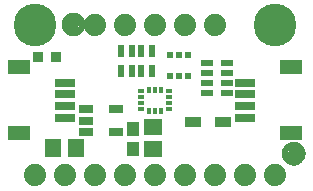
<source format=gbr>
G04 EAGLE Gerber RS-274X export*
G75*
%MOMM*%
%FSLAX34Y34*%
%LPD*%
%INSoldermask Top*%
%IPPOS*%
%AMOC8*
5,1,8,0,0,1.08239X$1,22.5*%
G01*
%ADD10R,1.341600X1.601600*%
%ADD11R,1.301600X0.651600*%
%ADD12R,1.601600X1.341600*%
%ADD13R,1.101600X1.176600*%
%ADD14R,1.001600X0.551600*%
%ADD15R,0.601600X0.601600*%
%ADD16R,0.501600X0.601600*%
%ADD17C,3.617600*%
%ADD18R,1.651600X0.701600*%
%ADD19R,1.901600X1.301600*%
%ADD20C,1.101600*%
%ADD21C,0.500000*%
%ADD22R,0.901600X0.901600*%
%ADD23R,0.576600X0.351600*%
%ADD24R,0.351600X0.576600*%
%ADD25R,1.451600X0.901600*%
%ADD26R,0.551600X1.001600*%
%ADD27C,1.879600*%


D10*
X59665Y48895D03*
X40665Y48895D03*
D11*
X68279Y81255D03*
X68279Y71755D03*
X68279Y62255D03*
X94281Y62255D03*
X94281Y81255D03*
D12*
X125222Y66523D03*
X125222Y47523D03*
D13*
X108585Y64761D03*
X108585Y47761D03*
D14*
X171332Y94696D03*
X188332Y94696D03*
X171332Y103696D03*
X171332Y111696D03*
X171332Y120696D03*
X188332Y120696D03*
X188332Y103696D03*
X188332Y111696D03*
D15*
X139820Y109110D03*
D16*
X147320Y109110D03*
D15*
X154820Y109110D03*
X154820Y127110D03*
D16*
X147320Y127110D03*
D15*
X139820Y127110D03*
D17*
X25400Y152400D03*
X228600Y152400D03*
D18*
X203460Y83900D03*
X203460Y93900D03*
X203460Y73900D03*
X203460Y103900D03*
D19*
X242460Y60900D03*
X242460Y116900D03*
D18*
X50540Y93900D03*
X50540Y83900D03*
X50540Y103900D03*
X50540Y73900D03*
D19*
X11540Y116900D03*
X11540Y60900D03*
D20*
X57912Y153162D03*
D21*
X57912Y160662D02*
X57731Y160660D01*
X57550Y160653D01*
X57369Y160642D01*
X57188Y160627D01*
X57008Y160607D01*
X56828Y160583D01*
X56649Y160555D01*
X56471Y160522D01*
X56294Y160485D01*
X56117Y160444D01*
X55942Y160399D01*
X55767Y160349D01*
X55594Y160295D01*
X55423Y160237D01*
X55252Y160175D01*
X55084Y160108D01*
X54917Y160038D01*
X54751Y159964D01*
X54588Y159885D01*
X54427Y159803D01*
X54267Y159717D01*
X54110Y159627D01*
X53955Y159533D01*
X53802Y159436D01*
X53652Y159334D01*
X53504Y159230D01*
X53358Y159121D01*
X53216Y159010D01*
X53076Y158894D01*
X52939Y158776D01*
X52804Y158654D01*
X52673Y158529D01*
X52545Y158401D01*
X52420Y158270D01*
X52298Y158135D01*
X52180Y157998D01*
X52064Y157858D01*
X51953Y157716D01*
X51844Y157570D01*
X51740Y157422D01*
X51638Y157272D01*
X51541Y157119D01*
X51447Y156964D01*
X51357Y156807D01*
X51271Y156647D01*
X51189Y156486D01*
X51110Y156323D01*
X51036Y156157D01*
X50966Y155990D01*
X50899Y155822D01*
X50837Y155651D01*
X50779Y155480D01*
X50725Y155307D01*
X50675Y155132D01*
X50630Y154957D01*
X50589Y154780D01*
X50552Y154603D01*
X50519Y154425D01*
X50491Y154246D01*
X50467Y154066D01*
X50447Y153886D01*
X50432Y153705D01*
X50421Y153524D01*
X50414Y153343D01*
X50412Y153162D01*
X57912Y160662D02*
X58093Y160660D01*
X58274Y160653D01*
X58455Y160642D01*
X58636Y160627D01*
X58816Y160607D01*
X58996Y160583D01*
X59175Y160555D01*
X59353Y160522D01*
X59530Y160485D01*
X59707Y160444D01*
X59882Y160399D01*
X60057Y160349D01*
X60230Y160295D01*
X60401Y160237D01*
X60572Y160175D01*
X60740Y160108D01*
X60907Y160038D01*
X61073Y159964D01*
X61236Y159885D01*
X61397Y159803D01*
X61557Y159717D01*
X61714Y159627D01*
X61869Y159533D01*
X62022Y159436D01*
X62172Y159334D01*
X62320Y159230D01*
X62466Y159121D01*
X62608Y159010D01*
X62748Y158894D01*
X62885Y158776D01*
X63020Y158654D01*
X63151Y158529D01*
X63279Y158401D01*
X63404Y158270D01*
X63526Y158135D01*
X63644Y157998D01*
X63760Y157858D01*
X63871Y157716D01*
X63980Y157570D01*
X64084Y157422D01*
X64186Y157272D01*
X64283Y157119D01*
X64377Y156964D01*
X64467Y156807D01*
X64553Y156647D01*
X64635Y156486D01*
X64714Y156323D01*
X64788Y156157D01*
X64858Y155990D01*
X64925Y155822D01*
X64987Y155651D01*
X65045Y155480D01*
X65099Y155307D01*
X65149Y155132D01*
X65194Y154957D01*
X65235Y154780D01*
X65272Y154603D01*
X65305Y154425D01*
X65333Y154246D01*
X65357Y154066D01*
X65377Y153886D01*
X65392Y153705D01*
X65403Y153524D01*
X65410Y153343D01*
X65412Y153162D01*
X65410Y152981D01*
X65403Y152800D01*
X65392Y152619D01*
X65377Y152438D01*
X65357Y152258D01*
X65333Y152078D01*
X65305Y151899D01*
X65272Y151721D01*
X65235Y151544D01*
X65194Y151367D01*
X65149Y151192D01*
X65099Y151017D01*
X65045Y150844D01*
X64987Y150673D01*
X64925Y150502D01*
X64858Y150334D01*
X64788Y150167D01*
X64714Y150001D01*
X64635Y149838D01*
X64553Y149677D01*
X64467Y149517D01*
X64377Y149360D01*
X64283Y149205D01*
X64186Y149052D01*
X64084Y148902D01*
X63980Y148754D01*
X63871Y148608D01*
X63760Y148466D01*
X63644Y148326D01*
X63526Y148189D01*
X63404Y148054D01*
X63279Y147923D01*
X63151Y147795D01*
X63020Y147670D01*
X62885Y147548D01*
X62748Y147430D01*
X62608Y147314D01*
X62466Y147203D01*
X62320Y147094D01*
X62172Y146990D01*
X62022Y146888D01*
X61869Y146791D01*
X61714Y146697D01*
X61557Y146607D01*
X61397Y146521D01*
X61236Y146439D01*
X61073Y146360D01*
X60907Y146286D01*
X60740Y146216D01*
X60572Y146149D01*
X60401Y146087D01*
X60230Y146029D01*
X60057Y145975D01*
X59882Y145925D01*
X59707Y145880D01*
X59530Y145839D01*
X59353Y145802D01*
X59175Y145769D01*
X58996Y145741D01*
X58816Y145717D01*
X58636Y145697D01*
X58455Y145682D01*
X58274Y145671D01*
X58093Y145664D01*
X57912Y145662D01*
X57731Y145664D01*
X57550Y145671D01*
X57369Y145682D01*
X57188Y145697D01*
X57008Y145717D01*
X56828Y145741D01*
X56649Y145769D01*
X56471Y145802D01*
X56294Y145839D01*
X56117Y145880D01*
X55942Y145925D01*
X55767Y145975D01*
X55594Y146029D01*
X55423Y146087D01*
X55252Y146149D01*
X55084Y146216D01*
X54917Y146286D01*
X54751Y146360D01*
X54588Y146439D01*
X54427Y146521D01*
X54267Y146607D01*
X54110Y146697D01*
X53955Y146791D01*
X53802Y146888D01*
X53652Y146990D01*
X53504Y147094D01*
X53358Y147203D01*
X53216Y147314D01*
X53076Y147430D01*
X52939Y147548D01*
X52804Y147670D01*
X52673Y147795D01*
X52545Y147923D01*
X52420Y148054D01*
X52298Y148189D01*
X52180Y148326D01*
X52064Y148466D01*
X51953Y148608D01*
X51844Y148754D01*
X51740Y148902D01*
X51638Y149052D01*
X51541Y149205D01*
X51447Y149360D01*
X51357Y149517D01*
X51271Y149677D01*
X51189Y149838D01*
X51110Y150001D01*
X51036Y150167D01*
X50966Y150334D01*
X50899Y150502D01*
X50837Y150673D01*
X50779Y150844D01*
X50725Y151017D01*
X50675Y151192D01*
X50630Y151367D01*
X50589Y151544D01*
X50552Y151721D01*
X50519Y151899D01*
X50491Y152078D01*
X50467Y152258D01*
X50447Y152438D01*
X50432Y152619D01*
X50421Y152800D01*
X50414Y152981D01*
X50412Y153162D01*
D20*
X244348Y43688D03*
D21*
X244348Y51188D02*
X244167Y51186D01*
X243986Y51179D01*
X243805Y51168D01*
X243624Y51153D01*
X243444Y51133D01*
X243264Y51109D01*
X243085Y51081D01*
X242907Y51048D01*
X242730Y51011D01*
X242553Y50970D01*
X242378Y50925D01*
X242203Y50875D01*
X242030Y50821D01*
X241859Y50763D01*
X241688Y50701D01*
X241520Y50634D01*
X241353Y50564D01*
X241187Y50490D01*
X241024Y50411D01*
X240863Y50329D01*
X240703Y50243D01*
X240546Y50153D01*
X240391Y50059D01*
X240238Y49962D01*
X240088Y49860D01*
X239940Y49756D01*
X239794Y49647D01*
X239652Y49536D01*
X239512Y49420D01*
X239375Y49302D01*
X239240Y49180D01*
X239109Y49055D01*
X238981Y48927D01*
X238856Y48796D01*
X238734Y48661D01*
X238616Y48524D01*
X238500Y48384D01*
X238389Y48242D01*
X238280Y48096D01*
X238176Y47948D01*
X238074Y47798D01*
X237977Y47645D01*
X237883Y47490D01*
X237793Y47333D01*
X237707Y47173D01*
X237625Y47012D01*
X237546Y46849D01*
X237472Y46683D01*
X237402Y46516D01*
X237335Y46348D01*
X237273Y46177D01*
X237215Y46006D01*
X237161Y45833D01*
X237111Y45658D01*
X237066Y45483D01*
X237025Y45306D01*
X236988Y45129D01*
X236955Y44951D01*
X236927Y44772D01*
X236903Y44592D01*
X236883Y44412D01*
X236868Y44231D01*
X236857Y44050D01*
X236850Y43869D01*
X236848Y43688D01*
X244348Y51188D02*
X244529Y51186D01*
X244710Y51179D01*
X244891Y51168D01*
X245072Y51153D01*
X245252Y51133D01*
X245432Y51109D01*
X245611Y51081D01*
X245789Y51048D01*
X245966Y51011D01*
X246143Y50970D01*
X246318Y50925D01*
X246493Y50875D01*
X246666Y50821D01*
X246837Y50763D01*
X247008Y50701D01*
X247176Y50634D01*
X247343Y50564D01*
X247509Y50490D01*
X247672Y50411D01*
X247833Y50329D01*
X247993Y50243D01*
X248150Y50153D01*
X248305Y50059D01*
X248458Y49962D01*
X248608Y49860D01*
X248756Y49756D01*
X248902Y49647D01*
X249044Y49536D01*
X249184Y49420D01*
X249321Y49302D01*
X249456Y49180D01*
X249587Y49055D01*
X249715Y48927D01*
X249840Y48796D01*
X249962Y48661D01*
X250080Y48524D01*
X250196Y48384D01*
X250307Y48242D01*
X250416Y48096D01*
X250520Y47948D01*
X250622Y47798D01*
X250719Y47645D01*
X250813Y47490D01*
X250903Y47333D01*
X250989Y47173D01*
X251071Y47012D01*
X251150Y46849D01*
X251224Y46683D01*
X251294Y46516D01*
X251361Y46348D01*
X251423Y46177D01*
X251481Y46006D01*
X251535Y45833D01*
X251585Y45658D01*
X251630Y45483D01*
X251671Y45306D01*
X251708Y45129D01*
X251741Y44951D01*
X251769Y44772D01*
X251793Y44592D01*
X251813Y44412D01*
X251828Y44231D01*
X251839Y44050D01*
X251846Y43869D01*
X251848Y43688D01*
X251846Y43507D01*
X251839Y43326D01*
X251828Y43145D01*
X251813Y42964D01*
X251793Y42784D01*
X251769Y42604D01*
X251741Y42425D01*
X251708Y42247D01*
X251671Y42070D01*
X251630Y41893D01*
X251585Y41718D01*
X251535Y41543D01*
X251481Y41370D01*
X251423Y41199D01*
X251361Y41028D01*
X251294Y40860D01*
X251224Y40693D01*
X251150Y40527D01*
X251071Y40364D01*
X250989Y40203D01*
X250903Y40043D01*
X250813Y39886D01*
X250719Y39731D01*
X250622Y39578D01*
X250520Y39428D01*
X250416Y39280D01*
X250307Y39134D01*
X250196Y38992D01*
X250080Y38852D01*
X249962Y38715D01*
X249840Y38580D01*
X249715Y38449D01*
X249587Y38321D01*
X249456Y38196D01*
X249321Y38074D01*
X249184Y37956D01*
X249044Y37840D01*
X248902Y37729D01*
X248756Y37620D01*
X248608Y37516D01*
X248458Y37414D01*
X248305Y37317D01*
X248150Y37223D01*
X247993Y37133D01*
X247833Y37047D01*
X247672Y36965D01*
X247509Y36886D01*
X247343Y36812D01*
X247176Y36742D01*
X247008Y36675D01*
X246837Y36613D01*
X246666Y36555D01*
X246493Y36501D01*
X246318Y36451D01*
X246143Y36406D01*
X245966Y36365D01*
X245789Y36328D01*
X245611Y36295D01*
X245432Y36267D01*
X245252Y36243D01*
X245072Y36223D01*
X244891Y36208D01*
X244710Y36197D01*
X244529Y36190D01*
X244348Y36188D01*
X244167Y36190D01*
X243986Y36197D01*
X243805Y36208D01*
X243624Y36223D01*
X243444Y36243D01*
X243264Y36267D01*
X243085Y36295D01*
X242907Y36328D01*
X242730Y36365D01*
X242553Y36406D01*
X242378Y36451D01*
X242203Y36501D01*
X242030Y36555D01*
X241859Y36613D01*
X241688Y36675D01*
X241520Y36742D01*
X241353Y36812D01*
X241187Y36886D01*
X241024Y36965D01*
X240863Y37047D01*
X240703Y37133D01*
X240546Y37223D01*
X240391Y37317D01*
X240238Y37414D01*
X240088Y37516D01*
X239940Y37620D01*
X239794Y37729D01*
X239652Y37840D01*
X239512Y37956D01*
X239375Y38074D01*
X239240Y38196D01*
X239109Y38321D01*
X238981Y38449D01*
X238856Y38580D01*
X238734Y38715D01*
X238616Y38852D01*
X238500Y38992D01*
X238389Y39134D01*
X238280Y39280D01*
X238176Y39428D01*
X238074Y39578D01*
X237977Y39731D01*
X237883Y39886D01*
X237793Y40043D01*
X237707Y40203D01*
X237625Y40364D01*
X237546Y40527D01*
X237472Y40693D01*
X237402Y40860D01*
X237335Y41028D01*
X237273Y41199D01*
X237215Y41370D01*
X237161Y41543D01*
X237111Y41718D01*
X237066Y41893D01*
X237025Y42070D01*
X236988Y42247D01*
X236955Y42425D01*
X236927Y42604D01*
X236903Y42784D01*
X236883Y42964D01*
X236868Y43145D01*
X236857Y43326D01*
X236850Y43507D01*
X236848Y43688D01*
D22*
X28060Y125730D03*
X43060Y125730D03*
D23*
X115375Y96400D03*
X115375Y91400D03*
X115375Y86400D03*
X115375Y81400D03*
D24*
X122000Y79775D03*
X127000Y79775D03*
X132000Y79775D03*
D23*
X138625Y81400D03*
X138625Y86400D03*
X138625Y91400D03*
X138625Y96400D03*
D24*
X132000Y98025D03*
X127000Y98025D03*
X122000Y98025D03*
D25*
X184658Y70866D03*
X159258Y70866D03*
D26*
X124125Y113420D03*
X124125Y130420D03*
X115125Y113420D03*
X107125Y113420D03*
X98125Y113420D03*
X98125Y130420D03*
X115125Y130420D03*
X107125Y130420D03*
D27*
X25400Y25400D03*
X50800Y25400D03*
X76200Y25400D03*
X101600Y25400D03*
X127000Y25400D03*
X152400Y25400D03*
X177800Y25400D03*
X203200Y25400D03*
X228600Y25400D03*
X177800Y152400D03*
X152400Y152400D03*
X127000Y152400D03*
X101600Y152400D03*
X76200Y152400D03*
M02*

</source>
